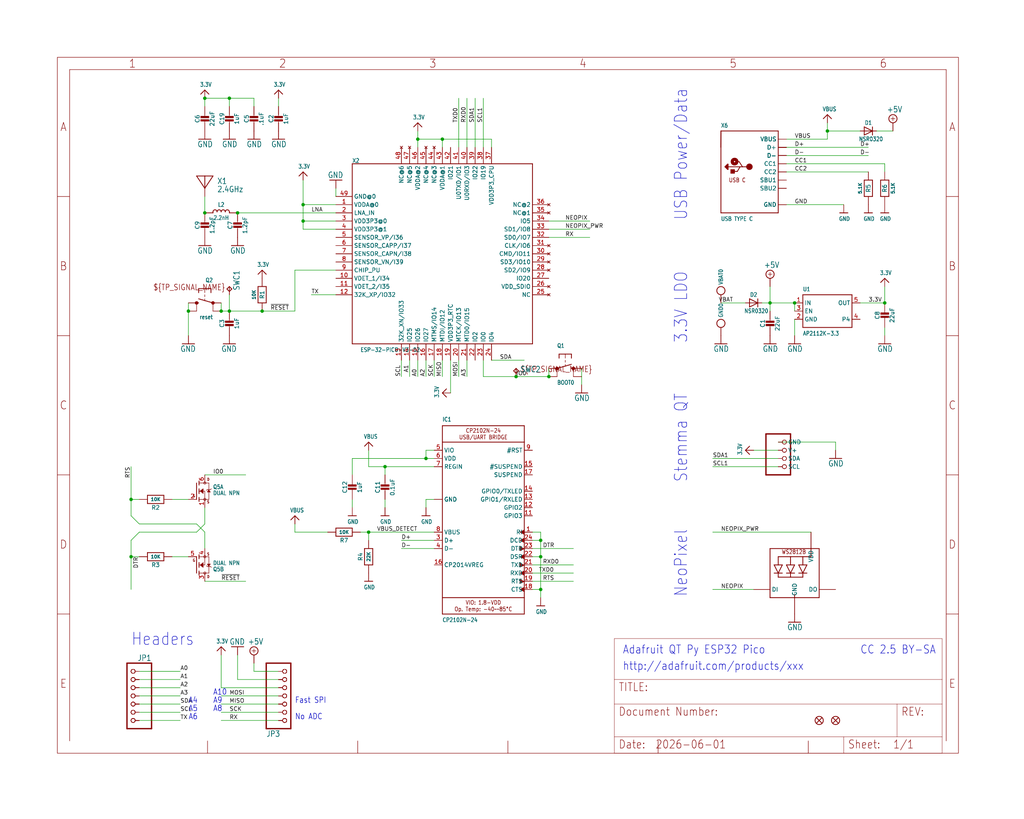
<source format=kicad_sch>
(kicad_sch (version 20230121) (generator eeschema)
  (paper "User" 317.5 254.127)
  (junction (at 246.38 93.98))
  (junction (at 93.98 63.5))
  (junction (at 170.18 116.84))
  (junction (at 71.12 30.48))
  (junction (at 137.16 43.18))
  (junction (at 274.32 93.98))
  (junction (at 93.98 68.58))
  (junction (at 238.76 93.98))
  (junction (at 71.12 96.52))
  (junction (at 58.42 96.52))
  (junction (at 256.54 40.64))
  (junction (at 129.54 43.18))
  (junction (at 167.64 172.72))
  (junction (at 160.02 116.84))
  (junction (at 63.5 66.04))
  (junction (at 40.64 172.72))
  (junction (at 114.3 165.1))
  (junction (at 63.5 30.48))
  (junction (at 73.66 66.04))
  (junction (at 119.38 144.78))
  (junction (at 167.64 167.64))
  (junction (at 167.64 182.88))
  (junction (at 81.28 96.52))
  (junction (at 68.58 96.52))
  (junction (at 40.64 154.94))
  (junction (at 132.08 142.24))
  (wire (pts (xy 236.22 93.98) (xy 238.76 93.98)) (stroke (width 0.1524)))
  (wire (pts (xy 256.54 40.64) (xy 256.54 43.18)) (stroke (width 0.1524)))
  (wire (pts (xy 40.64 144.78) (xy 40.64 154.94)) (stroke (width 0.1524)))
  (wire (pts (xy 55.88 208.28) (xy 43.18 208.28)) (stroke (width 0.1524)))
  (wire (pts (xy 167.64 172.72) (xy 165.1 172.72)) (stroke (width 0.1524)))
  (wire (pts (xy 86.36 208.28) (xy 78.74 208.28)) (stroke (width 0.1524)))
  (wire (pts (xy 119.38 144.78) (xy 119.38 147.32)) (stroke (width 0.1524)))
  (wire (pts (xy 274.32 50.8) (xy 274.32 53.34)) (stroke (width 0.1524)))
  (wire (pts (xy 86.36 210.82) (xy 73.66 210.82)) (stroke (width 0.1524)))
  (wire (pts (xy 63.5 66.04) (xy 63.5 60.96)) (stroke (width 0.1524)))
  (wire (pts (xy 144.78 45.72) (xy 144.78 30.48)) (stroke (width 0.1524)))
  (wire (pts (xy 137.16 43.18) (xy 137.16 45.72)) (stroke (width 0.1524)))
  (wire (pts (xy 137.16 43.18) (xy 152.4 43.18)) (stroke (width 0.1524)))
  (wire (pts (xy 241.3 137.16) (xy 259.08 137.16)) (stroke (width 0.1524)))
  (wire (pts (xy 68.58 213.36) (xy 68.58 203.2)) (stroke (width 0.1524)))
  (wire (pts (xy 241.3 142.24) (xy 220.98 142.24)) (stroke (width 0.1524)))
  (wire (pts (xy 256.54 43.18) (xy 243.84 43.18)) (stroke (width 0.1524)))
  (wire (pts (xy 43.18 165.1) (xy 40.64 167.64)) (stroke (width 0.1524)))
  (wire (pts (xy 58.42 93.98) (xy 58.42 96.52)) (stroke (width 0.1524)))
  (wire (pts (xy 86.36 220.98) (xy 68.58 220.98)) (stroke (width 0.1524)))
  (wire (pts (xy 86.36 218.44) (xy 68.58 218.44)) (stroke (width 0.1524)))
  (wire (pts (xy 63.5 170.18) (xy 63.5 165.1)) (stroke (width 0.1524)))
  (wire (pts (xy 132.08 142.24) (xy 109.22 142.24)) (stroke (width 0.1524)))
  (wire (pts (xy 170.18 71.12) (xy 182.88 71.12)) (stroke (width 0.1524)))
  (wire (pts (xy 129.54 111.76) (xy 129.54 116.84)) (stroke (width 0.1524)))
  (wire (pts (xy 243.84 45.72) (xy 269.24 45.72)) (stroke (width 0.1524)))
  (wire (pts (xy 40.64 172.72) (xy 43.18 172.72)) (stroke (width 0.1524)))
  (wire (pts (xy 241.3 139.7) (xy 233.68 139.7)) (stroke (width 0.1524)))
  (wire (pts (xy 91.44 165.1) (xy 91.44 162.56)) (stroke (width 0.1524)))
  (wire (pts (xy 152.4 45.72) (xy 152.4 43.18)) (stroke (width 0.1524)))
  (wire (pts (xy 43.18 162.56) (xy 40.64 160.02)) (stroke (width 0.1524)))
  (wire (pts (xy 223.52 93.98) (xy 231.14 93.98)) (stroke (width 0.1524)))
  (wire (pts (xy 73.66 210.82) (xy 73.66 203.2)) (stroke (width 0.1524)))
  (wire (pts (xy 170.18 68.58) (xy 182.88 68.58)) (stroke (width 0.1524)))
  (wire (pts (xy 251.46 165.1) (xy 220.98 165.1)) (stroke (width 0.1524)))
  (wire (pts (xy 71.12 91.44) (xy 71.12 96.52)) (stroke (width 0.1524)))
  (wire (pts (xy 78.74 30.48) (xy 71.12 30.48)) (stroke (width 0.1524)))
  (wire (pts (xy 147.32 45.72) (xy 147.32 30.48)) (stroke (width 0.1524)))
  (wire (pts (xy 104.14 71.12) (xy 93.98 71.12)) (stroke (width 0.1524)))
  (wire (pts (xy 104.14 60.96) (xy 104.14 58.42)) (stroke (width 0.1524)))
  (wire (pts (xy 134.62 139.7) (xy 132.08 139.7)) (stroke (width 0.1524)))
  (wire (pts (xy 261.62 63.5) (xy 243.84 63.5)) (stroke (width 0.1524)))
  (wire (pts (xy 246.38 99.06) (xy 246.38 104.14)) (stroke (width 0.1524)))
  (wire (pts (xy 93.98 63.5) (xy 93.98 68.58)) (stroke (width 0.1524)))
  (wire (pts (xy 149.86 45.72) (xy 149.86 30.48)) (stroke (width 0.1524)))
  (wire (pts (xy 142.24 111.76) (xy 142.24 116.84)) (stroke (width 0.1524)))
  (wire (pts (xy 40.64 172.72) (xy 40.64 182.88)) (stroke (width 0.1524)))
  (wire (pts (xy 109.22 154.94) (xy 109.22 157.48)) (stroke (width 0.1524)))
  (wire (pts (xy 124.46 167.64) (xy 134.62 167.64)) (stroke (width 0.1524)))
  (wire (pts (xy 233.68 182.88) (xy 220.98 182.88)) (stroke (width 0.1524)))
  (wire (pts (xy 93.98 71.12) (xy 93.98 68.58)) (stroke (width 0.1524)))
  (wire (pts (xy 129.54 43.18) (xy 137.16 43.18)) (stroke (width 0.1524)))
  (wire (pts (xy 114.3 165.1) (xy 114.3 167.64)) (stroke (width 0.1524)))
  (wire (pts (xy 134.62 111.76) (xy 134.62 116.84)) (stroke (width 0.1524)))
  (wire (pts (xy 93.98 68.58) (xy 104.14 68.58)) (stroke (width 0.1524)))
  (wire (pts (xy 132.08 154.94) (xy 132.08 157.48)) (stroke (width 0.1524)))
  (wire (pts (xy 238.76 88.9) (xy 238.76 93.98)) (stroke (width 0.1524)))
  (wire (pts (xy 63.5 147.32) (xy 76.2 147.32)) (stroke (width 0.1524)))
  (wire (pts (xy 170.18 116.84) (xy 160.02 116.84)) (stroke (width 0.1524)))
  (wire (pts (xy 43.18 215.9) (xy 55.88 215.9)) (stroke (width 0.1524)))
  (wire (pts (xy 243.84 50.8) (xy 274.32 50.8)) (stroke (width 0.1524)))
  (wire (pts (xy 114.3 144.78) (xy 114.3 139.7)) (stroke (width 0.1524)))
  (wire (pts (xy 243.84 53.34) (xy 269.24 53.34)) (stroke (width 0.1524)))
  (wire (pts (xy 180.34 114.3) (xy 180.34 119.38)) (stroke (width 0.1524)))
  (wire (pts (xy 58.42 172.72) (xy 53.34 172.72)) (stroke (width 0.1524)))
  (wire (pts (xy 91.44 83.82) (xy 91.44 96.52)) (stroke (width 0.1524)))
  (wire (pts (xy 71.12 30.48) (xy 63.5 30.48)) (stroke (width 0.1524)))
  (wire (pts (xy 86.36 215.9) (xy 68.58 215.9)) (stroke (width 0.1524)))
  (wire (pts (xy 71.12 96.52) (xy 81.28 96.52)) (stroke (width 0.1524)))
  (wire (pts (xy 93.98 63.5) (xy 93.98 55.88)) (stroke (width 0.1524)))
  (wire (pts (xy 58.42 104.14) (xy 58.42 96.52)) (stroke (width 0.1524)))
  (wire (pts (xy 86.36 30.48) (xy 86.36 33.02)) (stroke (width 0.1524)))
  (wire (pts (xy 129.54 43.18) (xy 129.54 40.64)) (stroke (width 0.1524)))
  (wire (pts (xy 144.78 111.76) (xy 144.78 116.84)) (stroke (width 0.1524)))
  (wire (pts (xy 259.08 137.16) (xy 259.08 139.7)) (stroke (width 0.1524)))
  (wire (pts (xy 165.1 165.1) (xy 167.64 165.1)) (stroke (width 0.1524)))
  (wire (pts (xy 241.3 144.78) (xy 220.98 144.78)) (stroke (width 0.1524)))
  (wire (pts (xy 63.5 157.48) (xy 63.5 162.56)) (stroke (width 0.1524)))
  (wire (pts (xy 119.38 144.78) (xy 114.3 144.78)) (stroke (width 0.1524)))
  (wire (pts (xy 43.18 220.98) (xy 55.88 220.98)) (stroke (width 0.1524)))
  (wire (pts (xy 149.86 116.84) (xy 160.02 116.84)) (stroke (width 0.1524)))
  (wire (pts (xy 238.76 96.52) (xy 238.76 93.98)) (stroke (width 0.1524)))
  (wire (pts (xy 167.64 165.1) (xy 167.64 167.64)) (stroke (width 0.1524)))
  (wire (pts (xy 274.32 88.9) (xy 274.32 93.98)) (stroke (width 0.1524)))
  (wire (pts (xy 40.64 167.64) (xy 40.64 172.72)) (stroke (width 0.1524)))
  (wire (pts (xy 86.36 223.52) (xy 68.58 223.52)) (stroke (width 0.1524)))
  (wire (pts (xy 104.14 91.44) (xy 96.52 91.44)) (stroke (width 0.1524)))
  (wire (pts (xy 246.38 96.52) (xy 246.38 93.98)) (stroke (width 0.1524)))
  (wire (pts (xy 167.64 167.64) (xy 165.1 167.64)) (stroke (width 0.1524)))
  (wire (pts (xy 129.54 45.72) (xy 129.54 43.18)) (stroke (width 0.1524)))
  (wire (pts (xy 134.62 165.1) (xy 114.3 165.1)) (stroke (width 0.1524)))
  (wire (pts (xy 60.96 165.1) (xy 43.18 165.1)) (stroke (width 0.1524)))
  (wire (pts (xy 165.1 175.26) (xy 177.8 175.26)) (stroke (width 0.1524)))
  (wire (pts (xy 60.96 162.56) (xy 43.18 162.56)) (stroke (width 0.1524)))
  (wire (pts (xy 256.54 38.1) (xy 256.54 40.64)) (stroke (width 0.1524)))
  (wire (pts (xy 55.88 218.44) (xy 43.18 218.44)) (stroke (width 0.1524)))
  (wire (pts (xy 165.1 180.34) (xy 177.8 180.34)) (stroke (width 0.1524)))
  (wire (pts (xy 104.14 83.82) (xy 91.44 83.82)) (stroke (width 0.1524)))
  (wire (pts (xy 167.64 182.88) (xy 167.64 185.42)) (stroke (width 0.1524)))
  (wire (pts (xy 78.74 208.28) (xy 78.74 205.74)) (stroke (width 0.1524)))
  (wire (pts (xy 238.76 93.98) (xy 246.38 93.98)) (stroke (width 0.1524)))
  (wire (pts (xy 119.38 154.94) (xy 119.38 157.48)) (stroke (width 0.1524)))
  (wire (pts (xy 137.16 111.76) (xy 137.16 116.84)) (stroke (width 0.1524)))
  (wire (pts (xy 43.18 210.82) (xy 55.88 210.82)) (stroke (width 0.1524)))
  (wire (pts (xy 167.64 182.88) (xy 167.64 172.72)) (stroke (width 0.1524)))
  (wire (pts (xy 101.6 165.1) (xy 91.44 165.1)) (stroke (width 0.1524)))
  (wire (pts (xy 271.78 40.64) (xy 276.86 40.64)) (stroke (width 0.1524)))
  (wire (pts (xy 132.08 111.76) (xy 132.08 116.84)) (stroke (width 0.1524)))
  (wire (pts (xy 71.12 33.02) (xy 71.12 30.48)) (stroke (width 0.1524)))
  (wire (pts (xy 165.1 170.18) (xy 177.8 170.18)) (stroke (width 0.1524)))
  (wire (pts (xy 68.58 96.52) (xy 68.58 93.98)) (stroke (width 0.1524)))
  (wire (pts (xy 124.46 111.76) (xy 124.46 116.84)) (stroke (width 0.1524)))
  (wire (pts (xy 86.36 213.36) (xy 68.58 213.36)) (stroke (width 0.1524)))
  (wire (pts (xy 266.7 93.98) (xy 274.32 93.98)) (stroke (width 0.1524)))
  (wire (pts (xy 274.32 104.14) (xy 274.32 101.6)) (stroke (width 0.1524)))
  (wire (pts (xy 63.5 162.56) (xy 60.96 165.1)) (stroke (width 0.1524)))
  (wire (pts (xy 124.46 170.18) (xy 134.62 170.18)) (stroke (width 0.1524)))
  (wire (pts (xy 73.66 66.04) (xy 104.14 66.04)) (stroke (width 0.1524)))
  (wire (pts (xy 76.2 180.34) (xy 63.5 180.34)) (stroke (width 0.1524)))
  (wire (pts (xy 104.14 63.5) (xy 93.98 63.5)) (stroke (width 0.1524)))
  (wire (pts (xy 256.54 40.64) (xy 266.7 40.64)) (stroke (width 0.1524)))
  (wire (pts (xy 78.74 33.02) (xy 78.74 30.48)) (stroke (width 0.1524)))
  (wire (pts (xy 43.18 223.52) (xy 55.88 223.52)) (stroke (width 0.1524)))
  (wire (pts (xy 132.08 139.7) (xy 132.08 142.24)) (stroke (width 0.1524)))
  (wire (pts (xy 63.5 33.02) (xy 63.5 30.48)) (stroke (width 0.1524)))
  (wire (pts (xy 68.58 96.52) (xy 71.12 96.52)) (stroke (width 0.1524)))
  (wire (pts (xy 40.64 154.94) (xy 43.18 154.94)) (stroke (width 0.1524)))
  (wire (pts (xy 170.18 73.66) (xy 182.88 73.66)) (stroke (width 0.1524)))
  (wire (pts (xy 127 111.76) (xy 127 116.84)) (stroke (width 0.1524)))
  (wire (pts (xy 114.3 165.1) (xy 111.76 165.1)) (stroke (width 0.1524)))
  (wire (pts (xy 142.24 45.72) (xy 142.24 30.48)) (stroke (width 0.1524)))
  (wire (pts (xy 165.1 182.88) (xy 167.64 182.88)) (stroke (width 0.1524)))
  (wire (pts (xy 81.28 96.52) (xy 91.44 96.52)) (stroke (width 0.1524)))
  (wire (pts (xy 109.22 142.24) (xy 109.22 147.32)) (stroke (width 0.1524)))
  (wire (pts (xy 167.64 172.72) (xy 167.64 167.64)) (stroke (width 0.1524)))
  (wire (pts (xy 243.84 48.26) (xy 269.24 48.26)) (stroke (width 0.1524)))
  (wire (pts (xy 53.34 154.94) (xy 58.42 154.94)) (stroke (width 0.1524)))
  (wire (pts (xy 149.86 111.76) (xy 149.86 116.84)) (stroke (width 0.1524)))
  (wire (pts (xy 63.5 165.1) (xy 60.96 162.56)) (stroke (width 0.1524)))
  (wire (pts (xy 134.62 154.94) (xy 132.08 154.94)) (stroke (width 0.1524)))
  (wire (pts (xy 170.18 114.3) (xy 170.18 116.84)) (stroke (width 0.1524)))
  (wire (pts (xy 152.4 111.76) (xy 162.56 111.76)) (stroke (width 0.1524)))
  (wire (pts (xy 177.8 177.8) (xy 165.1 177.8)) (stroke (width 0.1524)))
  (wire (pts (xy 40.64 160.02) (xy 40.64 154.94)) (stroke (width 0.1524)))
  (wire (pts (xy 139.7 121.92) (xy 139.7 111.76)) (stroke (width 0.1524)))
  (wire (pts (xy 55.88 213.36) (xy 43.18 213.36)) (stroke (width 0.1524)))
  (wire (pts (xy 134.62 142.24) (xy 132.08 142.24)) (stroke (width 0.1524)))
  (wire (pts (xy 134.62 144.78) (xy 119.38 144.78)) (stroke (width 0.1524)))
  (text "A5" (at 58.42 220.98 0) (effects (font (size 1.778 1.5113)) (justify left bottom)))
  (text "CC 2.5 BY-SA" (at 266.7 203.2 0) (effects (font (size 2.54 2.159)) (justify left bottom)))
  (text "http://adafruit.com/products/xxx" (at 193.04 208.28 0) (effects (font (size 2.54 2.159)) (justify left bottom)))
  (text "Adafruit QT Py ESP32 Pico" (at 193.04 203.2 0) (effects (font (size 2.54 2.159)) (justify left bottom)))
  (text "Stemma QT" (at 213.36 149.86 90) (effects (font (size 3.81 3.2385)) (justify left bottom)))
  (text "A10" (at 66.04 215.9 0) (effects (font (size 1.778 1.5113)) (justify left bottom)))
  (text "NeoPixel" (at 213.36 185.42 90) (effects (font (size 3.81 3.2385)) (justify left bottom)))
  (text "A8" (at 66.04 220.98 0) (effects (font (size 1.778 1.5113)) (justify left bottom)))
  (text "Headers" (at 40.64 200.66 0) (effects (font (size 3.81 3.2385)) (justify left bottom)))
  (text "A4" (at 58.42 218.44 0) (effects (font (size 1.778 1.5113)) (justify left bottom)))
  (text "Fast SPI" (at 91.44 218.44 0) (effects (font (size 1.778 1.5113)) (justify left bottom)))
  (text "3.3V LDO" (at 213.36 106.68 90) (effects (font (size 3.81 3.2385)) (justify left bottom)))
  (text "A9" (at 66.04 218.44 0) (effects (font (size 1.778 1.5113)) (justify left bottom)))
  (text "A6" (at 58.42 223.52 0) (effects (font (size 1.778 1.5113)) (justify left bottom)))
  (text "USB Power/Data" (at 213.36 68.58 90) (effects (font (size 3.81 3.2385)) (justify left bottom)))
  (text "No ADC" (at 91.44 223.52 0) (effects (font (size 1.778 1.5113)) (justify left bottom)))
  (label "A3" (at 55.88 215.9 0) (effects (font (size 1.2446 1.2446))))
  (label "SDA" (at 154.94 111.76 0) (effects (font (size 1.2446 1.2446))))
  (label "TXD0" (at 167.005 177.8 0) (effects (font (size 1.2446 1.2446))))
  (label "RXD0" (at 144.78 38.1 90) (effects (font (size 1.2446 1.2446))))
  (label "VBAT" (at 227.33 93.98 180) (effects (font (size 1.2446 1.2446))))
  (label "CC2" (at 246.38 53.34 0) (effects (font (size 1.2446 1.2446))))
  (label "MOSI" (at 71.12 215.9 0) (effects (font (size 1.2446 1.2446))))
  (label "RTS" (at 168.275 180.34 0) (effects (font (size 1.2446 1.2446))))
  (label "IO0" (at 66.04 147.32 0) (effects (font (size 1.2446 1.2446))))
  (label "A0" (at 55.88 208.28 0) (effects (font (size 1.2446 1.2446))))
  (label "A1" (at 127 115.57 90) (effects (font (size 1.2446 1.2446))))
  (label "DTR" (at 168.275 170.18 0) (effects (font (size 1.2446 1.2446))))
  (label "A2" (at 55.88 213.36 0) (effects (font (size 1.2446 1.2446))))
  (label "SCL" (at 124.46 116.84 90) (effects (font (size 1.2446 1.2446))))
  (label "MOSI" (at 142.24 116.84 90) (effects (font (size 1.2446 1.2446))))
  (label "CC1" (at 246.38 50.8 0) (effects (font (size 1.2446 1.2446))))
  (label "SCK" (at 71.12 220.98 0) (effects (font (size 1.2446 1.2446))))
  (label "DTR" (at 43.18 172.72 270) (effects (font (size 1.2446 1.2446))))
  (label "SDA1" (at 220.98 142.24 0) (effects (font (size 1.2446 1.2446))))
  (label "SDA1" (at 147.32 38.1 90) (effects (font (size 1.2446 1.2446))))
  (label "D-" (at 124.46 170.18 0) (effects (font (size 1.2446 1.2446))))
  (label "RXD0" (at 168.275 175.26 0) (effects (font (size 1.2446 1.2446))))
  (label "SCL1" (at 220.98 144.78 0) (effects (font (size 1.2446 1.2446))))
  (label "D+" (at 266.7 45.72 0) (effects (font (size 1.2446 1.2446))))
  (label "A0" (at 129.54 116.84 90) (effects (font (size 1.2446 1.2446))))
  (label "D+" (at 124.46 167.64 0) (effects (font (size 1.2446 1.2446))))
  (label "IO0" (at 160.02 116.84 0) (effects (font (size 1.2446 1.2446))))
  (label "D-" (at 266.7 48.26 0) (effects (font (size 1.2446 1.2446))))
  (label "RX" (at 71.12 223.52 0) (effects (font (size 1.2446 1.2446))))
  (label "3.3V" (at 269.24 93.98 0) (effects (font (size 1.2446 1.2446))))
  (label "SCL" (at 55.88 220.98 0) (effects (font (size 1.2446 1.2446))))
  (label "VBUS" (at 246.38 43.18 0) (effects (font (size 1.2446 1.2446))))
  (label "MISO" (at 137.16 116.84 90) (effects (font (size 1.2446 1.2446))))
  (label "GND" (at 246.38 63.5 0) (effects (font (size 1.2446 1.2446))))
  (label "D+" (at 246.38 45.72 0) (effects (font (size 1.2446 1.2446))))
  (label "NEOPIX" (at 223.52 182.88 0) (effects (font (size 1.2446 1.2446))))
  (label "RX" (at 175.26 73.66 0) (effects (font (size 1.2446 1.2446))))
  (label "~{RESET}" (at 68.58 180.34 0) (effects (font (size 1.2446 1.2446))))
  (label "MISO" (at 71.12 218.44 0) (effects (font (size 1.2446 1.2446))))
  (label "LNA" (at 96.52 66.04 0) (effects (font (size 1.2446 1.2446))))
  (label "SDA" (at 55.88 218.44 0) (effects (font (size 1.2446 1.2446))))
  (label "A3" (at 144.78 116.84 90) (effects (font (size 1.2446 1.2446))))
  (label "SCK" (at 134.62 116.84 90) (effects (font (size 1.2446 1.2446))))
  (label "A2" (at 132.08 116.84 90) (effects (font (size 1.2446 1.2446))))
  (label "VBUS_DETECT" (at 116.84 165.1 0) (effects (font (size 1.2446 1.2446))))
  (label "RTS" (at 40.64 144.78 270) (effects (font (size 1.2446 1.2446))))
  (label "A1" (at 55.88 210.82 0) (effects (font (size 1.2446 1.2446))))
  (label "SCL1" (at 149.86 38.1 90) (effects (font (size 1.2446 1.2446))))
  (label "NEOPIX_PWR" (at 223.52 165.1 0) (effects (font (size 1.2446 1.2446))))
  (label "TX" (at 55.88 223.52 0) (effects (font (size 1.2446 1.2446))))
  (label "TX" (at 96.52 91.44 0) (effects (font (size 1.2446 1.2446))))
  (label "NEOPIX_PWR" (at 175.26 71.12 0) (effects (font (size 1.2446 1.2446))))
  (label "TXD0" (at 142.24 38.1 90) (effects (font (size 1.2446 1.2446))))
  (label "NEOPIX" (at 175.26 68.58 0) (effects (font (size 1.2446 1.2446))))
  (label "~{RESET}" (at 83.82 96.52 0) (effects (font (size 1.2446 1.2446))))
  (label "D-" (at 246.38 48.26 0) (effects (font (size 1.2446 1.2446))))
  (symbol (lib_id "working-eagle-import:CAP_CERAMIC_0402NO") (at 119.38 152.4 0) (unit 1)
    (property "Reference" "C11" (at 117.09 151.15 90))
    (property "Value" "0.1uF" (at 121.68 151.15 90))
    (property "Footprint" "working:_0402NO" (effects hide))
  )
  (symbol (lib_id "working-eagle-import:GND") (at 63.5 43.18 0) (mirror y) (unit 1)
    (property "Reference" "#GND10" (effects hide))
    (property "Value" "GND" (at 66.04 45.72 0) (effects (font (size 1.778 1.5113)) (justify left bottom)))
  )
  (symbol (lib_id "working-eagle-import:TESTPOINT_MINUS") (at 223.52 104.14 0) (unit 1)
    (property "Reference" "GND0" (at 223.52 98.552 90) (effects (font (size 1.27 1.0795)) (justify left)))
    (property "Value" "TESTPOINT_MINUS" (effects hide))
    (property "Footprint" "working:TESTPOINT_MINUS_1X3MM" (effects hide))
  )
  (symbol (lib_id "working-eagle-import:RESISTOR_0402NO") (at 106.68 165.1 180) (unit 1)
    (property "Reference" "R7" (at 106.68 167.64 0))
    (property "Value" "10K" (at 106.68 165.1 0) (effects (font (size 1.016 1.016) bold)))
    (property "Footprint" "working:_0402NO" (effects hide))
  )
  (symbol (lib_id "working-eagle-import:INDUCTOR_0402") (at 68.58 66.04 0) (unit 1)
    (property "Reference" "L2" (at 68.58 63.5 0) (effects (font (size 1.27 1.0795))))
    (property "Value" "2.2nH" (at 68.58 67.58 0) (effects (font (size 1.27 1.0795))))
    (property "Footprint" "working:_0402" (effects hide))
  )
  (symbol (lib_id "working-eagle-import:GND") (at 180.34 121.92 0) (mirror y) (unit 1)
    (property "Reference" "#GND7" (effects hide))
    (property "Value" "GND" (at 182.88 124.46 0) (effects (font (size 1.778 1.5113)) (justify left bottom)))
  )
  (symbol (lib_id "working-eagle-import:GND") (at 259.08 142.24 0) (mirror y) (unit 1)
    (property "Reference" "#GND8" (effects hide))
    (property "Value" "GND" (at 261.62 144.78 0) (effects (font (size 1.778 1.5113)) (justify left bottom)))
  )
  (symbol (lib_id "working-eagle-import:RESISTOR_0402NO") (at 114.3 172.72 90) (unit 1)
    (property "Reference" "R4" (at 111.76 172.72 0))
    (property "Value" "22K" (at 114.3 172.72 0) (effects (font (size 1.016 1.016) bold)))
    (property "Footprint" "working:_0402NO" (effects hide))
  )
  (symbol (lib_id "working-eagle-import:GND") (at 86.36 43.18 0) (mirror y) (unit 1)
    (property "Reference" "#GND5" (effects hide))
    (property "Value" "GND" (at 88.9 45.72 0) (effects (font (size 1.778 1.5113)) (justify left bottom)))
  )
  (symbol (lib_id "working-eagle-import:DIODE_SOD323MINI") (at 233.68 93.98 0) (unit 1)
    (property "Reference" "D2" (at 233.68 91.44 0) (effects (font (size 1.27 1.0795))))
    (property "Value" "  NSR0320" (at 233.68 96.48 0) (effects (font (size 1.27 1.0795))))
    (property "Footprint" "working:SOD-323_MINI" (effects hide))
  )
  (symbol (lib_id "working-eagle-import:microbuilder_GND") (at 274.32 66.04 0) (unit 1)
    (property "Reference" "#U$14" (effects hide))
    (property "Value" "GND" (at 272.796 68.58 0) (effects (font (size 1.27 1.0795)) (justify left bottom)))
  )
  (symbol (lib_id "working-eagle-import:VBUS") (at 91.44 160.02 0) (unit 1)
    (property "Reference" "#U$29" (effects hide))
    (property "Value" "VBUS" (at 89.916 159.004 0) (effects (font (size 1.27 1.0795)) (justify left bottom)))
  )
  (symbol (lib_id "working-eagle-import:WS2812B_SK6805_1515") (at 246.38 180.34 0) (unit 1)
    (property "Reference" "LED1" (effects hide))
    (property "Value" "WS2812B_SK6805_1515" (effects hide))
    (property "Footprint" "working:SK6805_1515" (effects hide))
  )
  (symbol (lib_id "working-eagle-import:CAP_CERAMIC_0603WIDE") (at 71.12 38.1 0) (unit 1)
    (property "Reference" "C19" (at 68.83 36.85 90))
    (property "Value" "1uF" (at 73.42 36.85 90))
    (property "Footprint" "working:0603-NO_WIDE" (effects hide))
  )
  (symbol (lib_id "working-eagle-import:+5V") (at 276.86 38.1 0) (unit 1)
    (property "Reference" "#SUPPLY2" (effects hide))
    (property "Value" "+5V" (at 274.955 34.925 0) (effects (font (size 1.778 1.5113)) (justify left bottom)))
  )
  (symbol (lib_id "working-eagle-import:CAP_CERAMIC0805-NOOUTLINE") (at 238.76 101.6 0) (unit 1)
    (property "Reference" "C1" (at 236.47 100.35 90))
    (property "Value" "22uF" (at 241.06 100.35 90))
    (property "Footprint" "working:0805-NO" (effects hide))
  )
  (symbol (lib_id "working-eagle-import:CP2102N-24") (at 149.86 160.02 0) (unit 1)
    (property "Reference" "IC1" (at 137.16 130.81 0) (effects (font (size 1.27 1.0795)) (justify left bottom)))
    (property "Value" "CP2102N-24" (at 137.16 193.04 0) (effects (font (size 1.27 1.0795)) (justify left bottom)))
    (property "Footprint" "working:QFN24_4MM_SMSC" (effects hide))
  )
  (symbol (lib_id "working-eagle-import:GND") (at 246.38 106.68 0) (mirror y) (unit 1)
    (property "Reference" "#GND1" (effects hide))
    (property "Value" "GND" (at 248.92 109.22 0) (effects (font (size 1.778 1.5113)) (justify left bottom)))
  )
  (symbol (lib_id "working-eagle-import:microbuilder_GND") (at 114.3 180.34 0) (unit 1)
    (property "Reference" "#U$28" (effects hide))
    (property "Value" "GND" (at 112.776 182.88 0) (effects (font (size 1.27 1.0795)) (justify left bottom)))
  )
  (symbol (lib_id "working-eagle-import:3.3V") (at 68.58 200.66 0) (unit 1)
    (property "Reference" "#U$10" (effects hide))
    (property "Value" "3.3V" (at 67.056 199.644 0) (effects (font (size 1.27 1.0795)) (justify left bottom)))
  )
  (symbol (lib_id "working-eagle-import:microbuilder_GND") (at 167.64 187.96 0) (unit 1)
    (property "Reference" "#U$20" (effects hide))
    (property "Value" "GND" (at 166.116 190.5 0) (effects (font (size 1.27 1.0795)) (justify left bottom)))
  )
  (symbol (lib_id "working-eagle-import:GND") (at 238.76 106.68 0) (mirror y) (unit 1)
    (property "Reference" "#GND3" (effects hide))
    (property "Value" "GND" (at 241.3 109.22 0) (effects (font (size 1.778 1.5113)) (justify left bottom)))
  )
  (symbol (lib_id "working-eagle-import:CAP_CERAMIC_0402NO") (at 109.22 152.4 0) (unit 1)
    (property "Reference" "C12" (at 106.93 151.15 90))
    (property "Value" "1uF" (at 111.52 151.15 90))
    (property "Footprint" "working:_0402NO" (effects hide))
  )
  (symbol (lib_id "working-eagle-import:3.3V") (at 137.16 121.92 90) (unit 1)
    (property "Reference" "#U$13" (effects hide))
    (property "Value" "3.3V" (at 136.144 123.444 0) (effects (font (size 1.27 1.0795)) (justify left bottom)))
  )
  (symbol (lib_id "working-eagle-import:+5V") (at 238.76 86.36 0) (unit 1)
    (property "Reference" "#SUPPLY1" (effects hide))
    (property "Value" "+5V" (at 236.855 83.185 0) (effects (font (size 1.778 1.5113)) (justify left bottom)))
  )
  (symbol (lib_id "working-eagle-import:GND") (at 71.12 106.68 0) (unit 1)
    (property "Reference" "#GND4" (effects hide))
    (property "Value" "GND" (at 68.58 109.22 0) (effects (font (size 1.778 1.5113)) (justify left bottom)))
  )
  (symbol (lib_id "working-eagle-import:3.3V") (at 129.54 38.1 0) (unit 1)
    (property "Reference" "#U$18" (effects hide))
    (property "Value" "3.3V" (at 128.016 37.084 0) (effects (font (size 1.27 1.0795)) (justify left bottom)))
  )
  (symbol (lib_id "working-eagle-import:GND") (at 223.52 106.68 0) (mirror y) (unit 1)
    (property "Reference" "#GND27" (effects hide))
    (property "Value" "GND" (at 226.06 109.22 0) (effects (font (size 1.778 1.5113)) (justify left bottom)))
  )
  (symbol (lib_id "working-eagle-import:GND") (at 73.66 200.66 0) (mirror x) (unit 1)
    (property "Reference" "#GND2" (effects hide))
    (property "Value" "GND" (at 71.12 198.12 0) (effects (font (size 1.778 1.5113)) (justify left bottom)))
  )
  (symbol (lib_id "working-eagle-import:VREG_SOT23-5") (at 256.54 96.52 0) (unit 1)
    (property "Reference" "U1" (at 248.92 90.424 0) (effects (font (size 1.27 1.0795)) (justify left bottom)))
    (property "Value" "AP2112K-3.3" (at 248.92 104.14 0) (effects (font (size 1.27 1.0795)) (justify left bottom)))
    (property "Footprint" "working:SOT23-5" (effects hide))
  )
  (symbol (lib_id "working-eagle-import:VBUS") (at 114.3 137.16 0) (unit 1)
    (property "Reference" "#U$21" (effects hide))
    (property "Value" "VBUS" (at 112.776 136.144 0) (effects (font (size 1.27 1.0795)) (justify left bottom)))
  )
  (symbol (lib_id "working-eagle-import:FIDUCIAL_1MM") (at 259.08 223.52 0) (unit 1)
    (property "Reference" "U$6" (effects hide))
    (property "Value" "FIDUCIAL_1MM" (effects hide))
    (property "Footprint" "working:FIDUCIAL_1MM" (effects hide))
  )
  (symbol (lib_id "working-eagle-import:ESP-32-PICO-V3-02") (at 137.16 78.74 0) (unit 1)
    (property "Reference" "X2" (at 109.22 50.546 0) (effects (font (size 1.27 1.0795)) (justify left bottom)))
    (property "Value" "ESP-32-PICO-V3-02" (at 111.76 109.22 0) (effects (font (size 1.27 1.0795)) (justify left bottom)))
    (property "Footprint" "working:QFN48_7X7" (effects hide))
  )
  (symbol (lib_id "working-eagle-import:GND") (at 246.38 193.04 0) (mirror y) (unit 1)
    (property "Reference" "#GND6" (effects hide))
    (property "Value" "GND" (at 248.92 195.58 0) (effects (font (size 1.778 1.5113)) (justify left bottom)))
  )
  (symbol (lib_id "working-eagle-import:CAP_CERAMIC_0402NO") (at 73.66 71.12 0) (unit 1)
    (property "Reference" "C7" (at 71.37 69.87 90))
    (property "Value" "1.2pF" (at 75.96 69.87 90))
    (property "Footprint" "working:_0402NO" (effects hide))
  )
  (symbol (lib_id "working-eagle-import:SWITCH_TACT_SMT4.6X2.8") (at 63.5 93.98 0) (mirror y) (unit 1)
    (property "Reference" "Q2" (at 66.04 87.63 0) (effects (font (size 1.27 1.0795)) (justify left bottom)))
    (property "Value" "reset" (at 66.04 99.06 0) (effects (font (size 1.27 1.0795)) (justify left bottom)))
    (property "Footprint" "working:BTN_KMR2_4.6X2.8" (effects hide))
  )
  (symbol (lib_id "working-eagle-import:CAP_CERAMIC_0402NO") (at 78.74 38.1 0) (unit 1)
    (property "Reference" "C5" (at 76.45 36.85 90))
    (property "Value" ".1uF" (at 81.04 36.85 90))
    (property "Footprint" "working:_0402NO" (effects hide))
  )
  (symbol (lib_id "working-eagle-import:HEADER-1X7_CASTEL") (at 88.9 215.9 0) (mirror x) (unit 1)
    (property "Reference" "JP3" (at 82.55 226.695 0) (effects (font (size 1.778 1.5113)) (justify left bottom)))
    (property "Value" "HEADER-1X7_CASTEL" (effects hide))
    (property "Footprint" "working:1X07_CASTEL" (effects hide))
  )
  (symbol (lib_id "working-eagle-import:CAP_CERAMIC_0402NO") (at 86.36 38.1 0) (unit 1)
    (property "Reference" "C2" (at 84.07 36.85 90))
    (property "Value" "1uF" (at 88.66 36.85 90))
    (property "Footprint" "working:_0402NO" (effects hide))
  )
  (symbol (lib_id "working-eagle-import:3.3V") (at 93.98 53.34 0) (unit 1)
    (property "Reference" "#U$7" (effects hide))
    (property "Value" "3.3V" (at 92.456 52.324 0) (effects (font (size 1.27 1.0795)) (justify left bottom)))
  )
  (symbol (lib_id "working-eagle-import:3.3V") (at 63.5 27.94 0) (unit 1)
    (property "Reference" "#U$19" (effects hide))
    (property "Value" "3.3V" (at 61.976 26.924 0) (effects (font (size 1.27 1.0795)) (justify left bottom)))
  )
  (symbol (lib_id "working-eagle-import:CAP_CERAMIC_0402NO") (at 71.12 101.6 0) (unit 1)
    (property "Reference" "C3" (at 68.83 100.35 90))
    (property "Value" "1uF" (at 73.42 100.35 90))
    (property "Footprint" "working:_0402NO" (effects hide))
  )
  (symbol (lib_id "working-eagle-import:RESISTOR_0402NO") (at 81.28 91.44 270) (unit 1)
    (property "Reference" "R1" (at 81.28 91.44 0))
    (property "Value" "10K" (at 78.74 91.44 0) (effects (font (size 1.016 1.016) bold)))
    (property "Footprint" "working:_0402NO" (effects hide))
  )
  (symbol (lib_id "working-eagle-import:3.3V") (at 81.28 83.82 0) (unit 1)
    (property "Reference" "#U$4" (effects hide))
    (property "Value" "3.3V" (at 79.756 82.804 0) (effects (font (size 1.27 1.0795)) (justify left bottom)))
  )
  (symbol (lib_id "working-eagle-import:GND") (at 71.12 43.18 0) (mirror y) (unit 1)
    (property "Reference" "#GND18" (effects hide))
    (property "Value" "GND" (at 73.66 45.72 0) (effects (font (size 1.778 1.5113)) (justify left bottom)))
  )
  (symbol (lib_id "working-eagle-import:3.3V") (at 274.32 86.36 0) (unit 1)
    (property "Reference" "#U$16" (effects hide))
    (property "Value" "3.3V" (at 272.796 85.344 0) (effects (font (size 1.27 1.0795)) (justify left bottom)))
  )
  (symbol (lib_id "working-eagle-import:ANTENNA_JOHANSON_2450AT18B100") (at 63.5 58.42 0) (unit 1)
    (property "Reference" "X1" (at 67.31 57.15 0) (effects (font (size 1.778 1.5113)) (justify left bottom)))
    (property "Value" "2.4GHz" (at 67.31 59.69 0) (effects (font (size 1.778 1.5113)) (justify left bottom)))
    (property "Footprint" "working:ANT_2450AT18B100" (effects hide))
  )
  (symbol (lib_id "working-eagle-import:microbuilder_GND") (at 109.22 160.02 0) (unit 1)
    (property "Reference" "#U$27" (effects hide))
    (property "Value" "GND" (at 107.696 162.56 0) (effects (font (size 1.27 1.0795)) (justify left bottom)))
  )
  (symbol (lib_id "working-eagle-import:RESISTOR_0402NO") (at 274.32 58.42 90) (unit 1)
    (property "Reference" "R6" (at 274.32 58.42 0))
    (property "Value" "5.1K" (at 276.86 58.42 0) (effects (font (size 1.016 1.016) bold)))
    (property "Footprint" "working:_0402NO" (effects hide))
  )
  (symbol (lib_id "working-eagle-import:MOSFET-N_DUAL") (at 60.96 175.26 0) (mirror x) (unit 2)
    (property "Reference" "Q5" (at 66.04 175.895 0) (effects (font (size 1.27 1.0795)) (justify left bottom)))
    (property "Value" "DUAL NPN" (at 66.04 173.99 0) (effects (font (size 1.27 1.0795)) (justify left bottom)))
    (property "Footprint" "working:SOT363" (effects hide))
  )
  (symbol (lib_id "working-eagle-import:TPB1,27") (at 71.12 88.9 0) (mirror y) (unit 1)
    (property "Reference" "SWC1" (at 72.39 90.17 90) (effects (font (size 1.778 1.5113)) (justify left bottom)))
    (property "Value" "TPB1,27" (effects hide))
    (property "Footprint" "working:B1,27" (effects hide))
  )
  (symbol (lib_id "working-eagle-import:STEMMA_I2C_QTSKINNY") (at 241.3 142.24 0) (unit 1)
    (property "Reference" "CONN1" (effects hide))
    (property "Value" "STEMMA_I2C_QTSKINNY" (effects hide))
    (property "Footprint" "working:JST_SH4_SKINNY" (effects hide))
  )
  (symbol (lib_id "working-eagle-import:GND") (at 63.5 76.2 0) (mirror y) (unit 1)
    (property "Reference" "#GND15" (effects hide))
    (property "Value" "GND" (at 66.04 78.74 0) (effects (font (size 1.778 1.5113)) (justify left bottom)))
  )
  (symbol (lib_id "working-eagle-import:microbuilder_GND") (at 269.24 66.04 0) (unit 1)
    (property "Reference" "#U$9" (effects hide))
    (property "Value" "GND" (at 267.716 68.58 0) (effects (font (size 1.27 1.0795)) (justify left bottom)))
  )
  (symbol (lib_id "working-eagle-import:GND") (at 104.14 55.88 0) (mirror x) (unit 1)
    (property "Reference" "#GND9" (effects hide))
    (property "Value" "GND" (at 101.6 53.34 0) (effects (font (size 1.778 1.5113)) (justify left bottom)))
  )
  (symbol (lib_id "working-eagle-import:FIDUCIAL_1MM") (at 254 223.52 0) (unit 1)
    (property "Reference" "U$8" (effects hide))
    (property "Value" "FIDUCIAL_1MM" (effects hide))
    (property "Footprint" "working:FIDUCIAL_1MM" (effects hide))
  )
  (symbol (lib_id "working-eagle-import:USB_C") (at 233.68 53.34 0) (unit 1)
    (property "Reference" "X6" (at 223.52 39.624 0) (effects (font (size 1.27 1.0795)) (justify left bottom)))
    (property "Value" "USB TYPE C" (at 223.52 68.58 0) (effects (font (size 1.27 1.0795)) (justify left bottom)))
    (property "Footprint" "working:USB_C_CUSB31-CFM2AX-01-X" (effects hide))
  )
  (symbol (lib_id "working-eagle-import:CAP_CERAMIC_0402NO") (at 63.5 71.12 0) (unit 1)
    (property "Reference" "C9" (at 61.21 69.87 90))
    (property "Value" "1.2pF" (at 65.8 69.87 90))
    (property "Footprint" "working:_0402NO" (effects hide))
  )
  (symbol (lib_id "working-eagle-import:CAP_CERAMIC0805-NOOUTLINE") (at 63.5 38.1 0) (unit 1)
    (property "Reference" "C6" (at 61.21 36.85 90))
    (property "Value" "22uF" (at 65.8 36.85 90))
    (property "Footprint" "working:0805-NO" (effects hide))
  )
  (symbol (lib_id "working-eagle-import:SWITCH_TACT_SMT4.6X2.8") (at 175.26 114.3 0) (unit 1)
    (property "Reference" "Q1" (at 172.72 107.95 0) (effects (font (size 1.27 1.0795)) (justify left bottom)))
    (property "Value" "BOOT0" (at 172.72 119.38 0) (effects (font (size 1.27 1.0795)) (justify left bottom)))
    (property "Footprint" "working:BTN_KMR2_4.6X2.8" (effects hide))
  )
  (symbol (lib_id "working-eagle-import:RESISTOR_0402NO") (at 48.26 172.72 180) (unit 1)
    (property "Reference" "R3" (at 48.26 175.26 0))
    (property "Value" "10K" (at 48.26 172.72 0) (effects (font (size 1.016 1.016) bold)))
    (property "Footprint" "working:_0402NO" (effects hide))
  )
  (symbol (lib_id "working-eagle-import:TPB1,27") (at 160.02 114.3 0) (unit 1)
    (property "Reference" "SWC2" (at 161.29 115.57 0) (effects (font (size 1.778 1.5113)) (justify left bottom)))
    (property "Value" "TPB1,27" (effects hide))
    (property "Footprint" "working:B1,27" (effects hide))
  )
  (symbol (lib_id "working-eagle-import:MOSFET-N_DUAL") (at 60.96 152.4 0) (unit 1)
    (property "Reference" "Q5" (at 66.04 151.765 0) (effects (font (size 1.27 1.0795)) (justify left bottom)))
    (property "Value" "DUAL NPN" (at 66.04 153.67 0) (effects (font (size 1.27 1.0795)) (justify left bottom)))
    (property "Footprint" "working:SOT363" (effects hide))
  )
  (symbol (lib_id "working-eagle-import:FRAME_A_L") (at 17.78 233.68 0) (unit 1)
    (property "Reference" "#FRAME1" (effects hide))
    (property "Value" "FRAME_A_L" (effects hide))
  )
  (symbol (lib_id "working-eagle-import:DIODE_SOD323MINI") (at 269.24 40.64 0) (unit 1)
    (property "Reference" "D1" (at 269.24 38.1 0) (effects (font (size 1.27 1.0795))))
    (property "Value" "  NSR0320" (at 269.24 43.14 0) (effects (font (size 1.27 1.0795))))
    (property "Footprint" "working:SOD-323_MINI" (effects hide))
  )
  (symbol (lib_id "working-eagle-import:GND") (at 73.66 76.2 0) (mirror y) (unit 1)
    (property "Reference" "#GND16" (effects hide))
    (property "Value" "GND" (at 76.2 78.74 0) (effects (font (size 1.778 1.5113)) (justify left bottom)))
  )
  (symbol (lib_id "working-eagle-import:RESISTOR_0402NO") (at 269.24 58.42 90) (unit 1)
    (property "Reference" "R5" (at 269.24 58.42 0))
    (property "Value" "5.1K" (at 266.7 58.42 0) (effects (font (size 1.016 1.016) bold)))
    (property "Footprint" "working:_0402NO" (effects hide))
  )
  (symbol (lib_id "working-eagle-import:GND") (at 58.42 106.68 0) (unit 1)
    (property "Reference" "#GND14" (effects hide))
    (property "Value" "GND" (at 55.88 109.22 0) (effects (font (size 1.778 1.5113)) (justify left bottom)))
  )
  (symbol (lib_id "working-eagle-import:GND") (at 78.74 43.18 0) (mirror y) (unit 1)
    (property "Reference" "#GND11" (effects hide))
    (property "Value" "GND" (at 81.28 45.72 0) (effects (font (size 1.778 1.5113)) (justify left bottom)))
  )
  (symbol (lib_id "working-eagle-import:3.3V") (at 86.36 27.94 0) (unit 1)
    (property "Reference" "#U$17" (effects hide))
    (property "Value" "3.3V" (at 84.836 26.924 0) (effects (font (size 1.27 1.0795)) (justify left bottom)))
  )
  (symbol (lib_id "working-eagle-import:RESISTOR_0402NO") (at 48.26 154.94 180) (unit 1)
    (property "Reference" "R2" (at 48.26 157.48 0))
    (property "Value" "10K" (at 48.26 154.94 0) (effects (font (size 1.016 1.016) bold)))
    (property "Footprint" "working:_0402NO" (effects hide))
  )
  (symbol (lib_id "working-eagle-import:TESTPOINT_PLUS13") (at 223.52 93.98 0) (unit 1)
    (property "Reference" "VBAT0" (at 223.52 88.392 90) (effects (font (size 1.27 1.0795)) (justify left)))
    (property "Value" "TESTPOINT_PLUS13" (effects hide))
    (property "Footprint" "working:TESTPOINT_PLUS_1X3MM" (effects hide))
  )
  (symbol (lib_id "working-eagle-import:FRAME_A_L") (at 190.5 233.68 0) (unit 2)
    (property "Reference" "#FRAME1" (effects hide))
    (property "Value" "FRAME_A_L" (effects hide))
  )
  (symbol (lib_id "working-eagle-import:microbuilder_GND") (at 119.38 160.02 0) (unit 1)
    (property "Reference" "#U$26" (effects hide))
    (property "Value" "GND" (at 117.856 162.56 0) (effects (font (size 1.27 1.0795)) (justify left bottom)))
  )
  (symbol (lib_id "working-eagle-import:CAP_CERAMIC0805-NOOUTLINE") (at 274.32 99.06 0) (unit 1)
    (property "Reference" "C8" (at 272.03 97.81 90))
    (property "Value" "22uF" (at 276.62 97.81 90))
    (property "Footprint" "working:0805-NO" (effects hide))
  )
  (symbol (lib_id "working-eagle-import:microbuilder_GND") (at 261.62 66.04 0) (unit 1)
    (property "Reference" "#U$1" (effects hide))
    (property "Value" "GND" (at 260.096 68.58 0) (effects (font (size 1.27 1.0795)) (justify left bottom)))
  )
  (symbol (lib_id "working-eagle-import:VBUS") (at 256.54 35.56 0) (unit 1)
    (property "Reference" "#U$5" (effects hide))
    (property "Value" "VBUS" (at 255.016 34.544 0) (effects (font (size 1.27 1.0795)) (justify left bottom)))
  )
  (symbol (lib_id "working-eagle-import:microbuilder_GND") (at 132.08 160.02 0) (unit 1)
    (property "Reference" "#U$15" (effects hide))
    (property "Value" "GND" (at 130.556 162.56 0) (effects (font (size 1.27 1.0795)) (justify left bottom)))
  )
  (symbol (lib_id "working-eagle-import:3.3V") (at 231.14 139.7 90) (unit 1)
    (property "Reference" "#U$2" (effects hide))
    (property "Value" "3.3V" (at 230.124 141.224 0) (effects (font (size 1.27 1.0795)) (justify left bottom)))
  )
  (symbol (lib_id "working-eagle-import:HEADER-1X7_CASTEL") (at 40.64 215.9 0) (mirror y) (unit 1)
    (property "Reference" "JP1" (at 46.99 205.105 0) (effects (font (size 1.778 1.5113)) (justify left bottom)))
    (property "Value" "HEADER-1X7_CASTEL" (effects hide))
    (property "Footprint" "working:1X07_CASTEL" (effects hide))
  )
  (symbol (lib_id "working-eagle-import:GND") (at 274.32 106.68 0) (mirror y) (unit 1)
    (property "Reference" "#GND12" (effects hide))
    (property "Value" "GND" (at 276.86 109.22 0) (effects (font (size 1.778 1.5113)) (justify left bottom)))
  )
  (symbol (lib_id "working-eagle-import:+5V") (at 78.74 203.2 0) (unit 1)
    (property "Reference" "#SUPPLY3" (effects hide))
    (property "Value" "+5V" (at 76.835 200.025 0) (effects (font (size 1.778 1.5113)) (justify left bottom)))
  )
)
</source>
